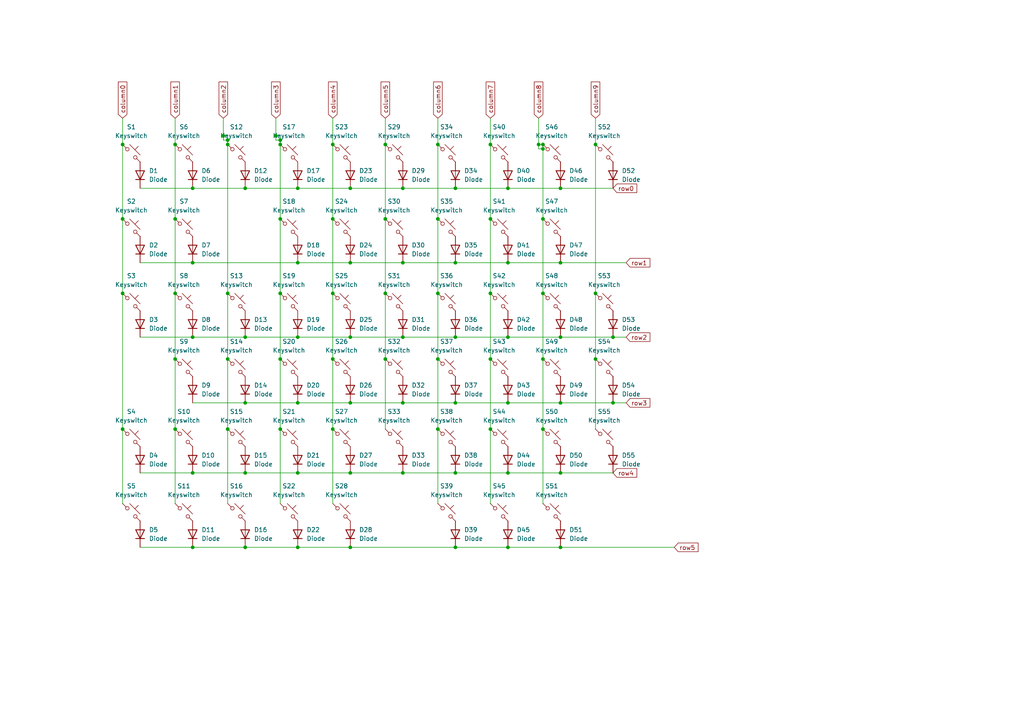
<source format=kicad_sch>
(kicad_sch (version 20231120) (generator "eeschema") (generator_version "8.0")
  (paper "A4")
  (junction (at 172.72 85.09))
  (junction (at 132.08 137.16))
  (junction (at 81.28 40.64))
  (junction (at 132.08 97.79))
  (junction (at 177.8 97.79))
  (junction (at 157.48 63.5))
  (junction (at 66.04 124.46))
  (junction (at 132.08 54.61))
  (junction (at 50.8 41.91))
  (junction (at 172.72 104.14))
  (junction (at 81.28 104.14))
  (junction (at 127 41.91))
  (junction (at 127 85.09))
  (junction (at 101.6 137.16))
  (junction (at 101.6 116.84))
  (junction (at 71.12 158.75))
  (junction (at 116.84 76.2))
  (junction (at 162.56 54.61))
  (junction (at 86.36 54.61))
  (junction (at 147.32 97.79))
  (junction (at 147.32 137.16))
  (junction (at 177.8 116.84))
  (junction (at 142.24 85.09))
  (junction (at 86.36 97.79))
  (junction (at 55.88 158.75))
  (junction (at 86.36 137.16))
  (junction (at 127 63.5))
  (junction (at 156.21 41.91))
  (junction (at 101.6 76.2))
  (junction (at 162.56 158.75))
  (junction (at 157.48 104.14))
  (junction (at 50.8 85.09))
  (junction (at 111.76 41.91))
  (junction (at 66.04 85.09))
  (junction (at 35.56 63.5))
  (junction (at 96.52 85.09))
  (junction (at 50.8 104.14))
  (junction (at 35.56 124.46))
  (junction (at 50.8 63.5))
  (junction (at 55.88 54.61))
  (junction (at 116.84 97.79))
  (junction (at 64.77 39.37))
  (junction (at 96.52 124.46))
  (junction (at 81.28 85.09))
  (junction (at 86.36 116.84))
  (junction (at 66.04 41.91))
  (junction (at 101.6 54.61))
  (junction (at 35.56 85.09))
  (junction (at 111.76 63.5))
  (junction (at 86.36 158.75))
  (junction (at 142.24 63.5))
  (junction (at 142.24 41.91))
  (junction (at 157.48 41.91))
  (junction (at 81.28 124.46))
  (junction (at 147.32 116.84))
  (junction (at 55.88 97.79))
  (junction (at 157.48 43.18))
  (junction (at 71.12 137.16))
  (junction (at 116.84 116.84))
  (junction (at 111.76 85.09))
  (junction (at 147.32 76.2))
  (junction (at 66.04 40.64))
  (junction (at 96.52 104.14))
  (junction (at 162.56 137.16))
  (junction (at 162.56 116.84))
  (junction (at 55.88 137.16))
  (junction (at 147.32 158.75))
  (junction (at 142.24 104.14))
  (junction (at 162.56 97.79))
  (junction (at 162.56 76.2))
  (junction (at 157.48 85.09))
  (junction (at 96.52 41.91))
  (junction (at 101.6 97.79))
  (junction (at 111.76 104.14))
  (junction (at 71.12 54.61))
  (junction (at 50.8 124.46))
  (junction (at 71.12 116.84))
  (junction (at 116.84 54.61))
  (junction (at 81.28 41.91))
  (junction (at 172.72 41.91))
  (junction (at 81.28 63.5))
  (junction (at 86.36 76.2))
  (junction (at 127 104.14))
  (junction (at 132.08 116.84))
  (junction (at 55.88 76.2))
  (junction (at 80.01 39.37))
  (junction (at 132.08 158.75))
  (junction (at 66.04 104.14))
  (junction (at 35.56 41.91))
  (junction (at 132.08 76.2))
  (junction (at 127 124.46))
  (junction (at 116.84 137.16))
  (junction (at 157.48 124.46))
  (junction (at 147.32 54.61))
  (junction (at 101.6 158.75))
  (junction (at 96.52 63.5))
  (junction (at 142.24 124.46))
  (junction (at 71.12 97.79))
  (wire (pts (xy 111.76 85.09) (xy 111.76 104.14)))
  (wire (pts (xy 64.77 40.64) (xy 66.04 40.64)))
  (wire (pts (xy 156.21 41.91) (xy 157.48 41.91)))
  (wire (pts (xy 147.32 137.16) (xy 162.56 137.16)))
  (wire (pts (xy 81.28 124.46) (xy 81.28 146.05)))
  (wire (pts (xy 96.52 41.91) (xy 96.52 63.5)))
  (wire (pts (xy 40.64 137.16) (xy 55.88 137.16)))
  (wire (pts (xy 81.28 41.91) (xy 81.28 63.5)))
  (wire (pts (xy 157.48 43.18) (xy 157.48 41.91)))
  (wire (pts (xy 127 124.46) (xy 127 146.05)))
  (wire (pts (xy 40.64 54.61) (xy 55.88 54.61)))
  (wire (pts (xy 64.77 34.29) (xy 64.77 39.37)))
  (wire (pts (xy 156.21 43.18) (xy 157.48 43.18)))
  (wire (pts (xy 50.8 41.91) (xy 50.8 63.5)))
  (wire (pts (xy 111.76 41.91) (xy 111.76 63.5)))
  (wire (pts (xy 101.6 137.16) (xy 116.84 137.16)))
  (wire (pts (xy 162.56 54.61) (xy 177.8 54.61)))
  (wire (pts (xy 127 85.09) (xy 127 104.14)))
  (wire (pts (xy 157.48 104.14) (xy 157.48 124.46)))
  (wire (pts (xy 50.8 85.09) (xy 50.8 104.14)))
  (wire (pts (xy 116.84 54.61) (xy 132.08 54.61)))
  (wire (pts (xy 101.6 76.2) (xy 116.84 76.2)))
  (wire (pts (xy 101.6 158.75) (xy 132.08 158.75)))
  (wire (pts (xy 147.32 158.75) (xy 162.56 158.75)))
  (wire (pts (xy 55.88 116.84) (xy 71.12 116.84)))
  (wire (pts (xy 111.76 104.14) (xy 111.76 124.46)))
  (wire (pts (xy 172.72 104.14) (xy 172.72 124.46)))
  (wire (pts (xy 86.36 158.75) (xy 101.6 158.75)))
  (wire (pts (xy 177.8 116.84) (xy 181.61 116.84)))
  (wire (pts (xy 80.01 40.64) (xy 81.28 40.64)))
  (wire (pts (xy 156.21 41.91) (xy 156.21 43.18)))
  (wire (pts (xy 66.04 124.46) (xy 66.04 146.05)))
  (wire (pts (xy 86.36 137.16) (xy 101.6 137.16)))
  (wire (pts (xy 142.24 104.14) (xy 142.24 124.46)))
  (wire (pts (xy 156.21 34.29) (xy 156.21 41.91)))
  (wire (pts (xy 71.12 158.75) (xy 86.36 158.75)))
  (wire (pts (xy 71.12 116.84) (xy 86.36 116.84)))
  (wire (pts (xy 86.36 54.61) (xy 101.6 54.61)))
  (wire (pts (xy 66.04 40.64) (xy 66.04 41.91)))
  (wire (pts (xy 101.6 54.61) (xy 116.84 54.61)))
  (wire (pts (xy 80.01 39.37) (xy 80.01 40.64)))
  (wire (pts (xy 40.64 97.79) (xy 55.88 97.79)))
  (wire (pts (xy 132.08 54.61) (xy 147.32 54.61)))
  (wire (pts (xy 55.88 97.79) (xy 71.12 97.79)))
  (wire (pts (xy 35.56 124.46) (xy 35.56 146.05)))
  (wire (pts (xy 40.64 76.2) (xy 55.88 76.2)))
  (wire (pts (xy 71.12 97.79) (xy 86.36 97.79)))
  (wire (pts (xy 35.56 85.09) (xy 35.56 124.46)))
  (wire (pts (xy 116.84 97.79) (xy 132.08 97.79)))
  (wire (pts (xy 111.76 63.5) (xy 111.76 85.09)))
  (wire (pts (xy 86.36 97.79) (xy 101.6 97.79)))
  (wire (pts (xy 172.72 41.91) (xy 172.72 85.09)))
  (wire (pts (xy 157.48 85.09) (xy 157.48 104.14)))
  (wire (pts (xy 172.72 85.09) (xy 172.72 104.14)))
  (wire (pts (xy 96.52 104.14) (xy 96.52 124.46)))
  (wire (pts (xy 50.8 63.5) (xy 50.8 85.09)))
  (wire (pts (xy 127 34.29) (xy 127 41.91)))
  (wire (pts (xy 127 104.14) (xy 127 124.46)))
  (wire (pts (xy 116.84 76.2) (xy 132.08 76.2)))
  (wire (pts (xy 111.76 34.29) (xy 111.76 41.91)))
  (wire (pts (xy 81.28 104.14) (xy 81.28 124.46)))
  (wire (pts (xy 66.04 104.14) (xy 66.04 124.46)))
  (wire (pts (xy 157.48 63.5) (xy 157.48 85.09)))
  (wire (pts (xy 66.04 39.37) (xy 66.04 40.64)))
  (wire (pts (xy 81.28 39.37) (xy 81.28 40.64)))
  (wire (pts (xy 127 41.91) (xy 127 63.5)))
  (wire (pts (xy 195.58 158.75) (xy 162.56 158.75)))
  (wire (pts (xy 162.56 137.16) (xy 177.8 137.16)))
  (wire (pts (xy 147.32 54.61) (xy 162.56 54.61)))
  (wire (pts (xy 96.52 124.46) (xy 96.52 146.05)))
  (wire (pts (xy 71.12 54.61) (xy 86.36 54.61)))
  (wire (pts (xy 66.04 41.91) (xy 66.04 85.09)))
  (wire (pts (xy 142.24 124.46) (xy 142.24 146.05)))
  (wire (pts (xy 40.64 158.75) (xy 55.88 158.75)))
  (wire (pts (xy 35.56 63.5) (xy 35.56 85.09)))
  (wire (pts (xy 86.36 76.2) (xy 101.6 76.2)))
  (wire (pts (xy 162.56 76.2) (xy 181.61 76.2)))
  (wire (pts (xy 162.56 116.84) (xy 177.8 116.84)))
  (wire (pts (xy 181.61 97.79) (xy 177.8 97.79)))
  (wire (pts (xy 132.08 158.75) (xy 147.32 158.75)))
  (wire (pts (xy 116.84 116.84) (xy 132.08 116.84)))
  (wire (pts (xy 81.28 85.09) (xy 81.28 104.14)))
  (wire (pts (xy 142.24 41.91) (xy 142.24 63.5)))
  (wire (pts (xy 132.08 97.79) (xy 147.32 97.79)))
  (wire (pts (xy 81.28 63.5) (xy 81.28 85.09)))
  (wire (pts (xy 86.36 116.84) (xy 101.6 116.84)))
  (wire (pts (xy 80.01 39.37) (xy 81.28 39.37)))
  (wire (pts (xy 50.8 124.46) (xy 50.8 146.05)))
  (wire (pts (xy 132.08 76.2) (xy 147.32 76.2)))
  (wire (pts (xy 71.12 137.16) (xy 86.36 137.16)))
  (wire (pts (xy 147.32 76.2) (xy 162.56 76.2)))
  (wire (pts (xy 101.6 116.84) (xy 116.84 116.84)))
  (wire (pts (xy 142.24 85.09) (xy 142.24 104.14)))
  (wire (pts (xy 147.32 116.84) (xy 162.56 116.84)))
  (wire (pts (xy 64.77 39.37) (xy 66.04 39.37)))
  (wire (pts (xy 66.04 85.09) (xy 66.04 104.14)))
  (wire (pts (xy 96.52 63.5) (xy 96.52 85.09)))
  (wire (pts (xy 157.48 124.46) (xy 157.48 146.05)))
  (wire (pts (xy 172.72 34.29) (xy 172.72 41.91)))
  (wire (pts (xy 132.08 137.16) (xy 147.32 137.16)))
  (wire (pts (xy 116.84 137.16) (xy 132.08 137.16)))
  (wire (pts (xy 132.08 116.84) (xy 147.32 116.84)))
  (wire (pts (xy 35.56 34.29) (xy 35.56 41.91)))
  (wire (pts (xy 142.24 34.29) (xy 142.24 41.91)))
  (wire (pts (xy 101.6 97.79) (xy 116.84 97.79)))
  (wire (pts (xy 142.24 63.5) (xy 142.24 85.09)))
  (wire (pts (xy 55.88 158.75) (xy 71.12 158.75)))
  (wire (pts (xy 64.77 39.37) (xy 64.77 40.64)))
  (wire (pts (xy 162.56 97.79) (xy 177.8 97.79)))
  (wire (pts (xy 50.8 34.29) (xy 50.8 41.91)))
  (wire (pts (xy 81.28 40.64) (xy 81.28 41.91)))
  (wire (pts (xy 80.01 34.29) (xy 80.01 39.37)))
  (wire (pts (xy 55.88 54.61) (xy 71.12 54.61)))
  (wire (pts (xy 157.48 43.18) (xy 157.48 63.5)))
  (wire (pts (xy 96.52 34.29) (xy 96.52 41.91)))
  (wire (pts (xy 50.8 104.14) (xy 50.8 124.46)))
  (wire (pts (xy 127 63.5) (xy 127 85.09)))
  (wire (pts (xy 35.56 41.91) (xy 35.56 63.5)))
  (wire (pts (xy 55.88 76.2) (xy 86.36 76.2)))
  (wire (pts (xy 96.52 85.09) (xy 96.52 104.14)))
  (wire (pts (xy 55.88 137.16) (xy 71.12 137.16)))
  (wire (pts (xy 147.32 97.79) (xy 162.56 97.79)))
  (global_label "column9" (shape input) (at 172.72 34.29 90) (property "Intersheetrefs" "${INTERSHEET_REFS}" (effects (hide yes))))
  (global_label "row2" (shape input) (at 181.61 97.79 0) (property "Intersheetrefs" "${INTERSHEET_REFS}" (effects (hide yes))))
  (global_label "column4" (shape input) (at 96.52 34.29 90) (property "Intersheetrefs" "${INTERSHEET_REFS}" (effects (hide yes))))
  (global_label "row1" (shape input) (at 181.61 76.2 0) (property "Intersheetrefs" "${INTERSHEET_REFS}" (effects (hide yes))))
  (global_label "row0" (shape input) (at 177.8 54.61 0) (property "Intersheetrefs" "${INTERSHEET_REFS}" (effects (hide yes))))
  (global_label "column0" (shape input) (at 35.56 34.29 90) (property "Intersheetrefs" "${INTERSHEET_REFS}" (effects (hide yes))))
  (global_label "row5" (shape input) (at 195.58 158.75 0) (property "Intersheetrefs" "${INTERSHEET_REFS}" (effects (hide yes))))
  (global_label "column7" (shape input) (at 142.24 34.29 90) (property "Intersheetrefs" "${INTERSHEET_REFS}" (effects (hide yes))))
  (global_label "column5" (shape input) (at 111.76 34.29 90) (property "Intersheetrefs" "${INTERSHEET_REFS}" (effects (hide yes))))
  (global_label "column2" (shape input) (at 64.77 34.29 90) (property "Intersheetrefs" "${INTERSHEET_REFS}" (effects (hide yes))))
  (global_label "column3" (shape input) (at 80.01 34.29 90) (property "Intersheetrefs" "${INTERSHEET_REFS}" (effects (hide yes))))
  (global_label "column6" (shape input) (at 127 34.29 90) (property "Intersheetrefs" "${INTERSHEET_REFS}" (effects (hide yes))))
  (global_label "row3" (shape input) (at 181.61 116.84 0) (property "Intersheetrefs" "${INTERSHEET_REFS}" (effects (hide yes))))
  (global_label "column1" (shape input) (at 50.8 34.29 90) (property "Intersheetrefs" "${INTERSHEET_REFS}" (effects (hide yes))))
  (global_label "row4" (shape input) (at 177.8 137.16 0) (property "Intersheetrefs" "${INTERSHEET_REFS}" (effects (hide yes))))
  (global_label "column8" (shape input) (at 156.21 34.29 90) (property "Intersheetrefs" "${INTERSHEET_REFS}" (effects (hide yes))))
  (symbol (lib_id "ScottoKeebs:Placeholder_Diode") (at 147.32 133.35 90) (unit 1)
    (property "Reference" "D44" (at 149.86 132.0799 90) (effects (justify right)))
    (property "Value" "Diode" (at 149.86 134.6199 90) (effects (justify right)))
    (property "Footprint" "Diode_SMD:D_SOD-123" (effects (hide yes)))
    (property "Description" "1N4148 (DO-35) or 1N4148W (SOD-123)" (effects (hide yes)))
    (property "Sim.Device" "D" (effects (hide yes)))
    (property "Sim.Pins" "1=K 2=A" (effects (hide yes)))
  )
  (symbol (lib_id "ScottoKeebs:Placeholder_Diode") (at 177.8 93.98 90) (unit 1)
    (property "Reference" "D53" (at 180.34 92.7099 90) (effects (justify right)))
    (property "Value" "Diode" (at 180.34 95.2499 90) (effects (justify right)))
    (property "Footprint" "Diode_SMD:D_SOD-123" (effects (hide yes)))
    (property "Description" "1N4148 (DO-35) or 1N4148W (SOD-123)" (effects (hide yes)))
    (property "Sim.Device" "D" (effects (hide yes)))
    (property "Sim.Pins" "1=K 2=A" (effects (hide yes)))
  )
  (symbol (lib_id "ScottoKeebs:Placeholder_Diode") (at 101.6 133.35 90) (unit 1)
    (property "Reference" "D27" (at 104.14 132.0799 90) (effects (justify right)))
    (property "Value" "Diode" (at 104.14 134.6199 90) (effects (justify right)))
    (property "Footprint" "Diode_SMD:D_SOD-123" (effects (hide yes)))
    (property "Description" "1N4148 (DO-35) or 1N4148W (SOD-123)" (effects (hide yes)))
    (property "Sim.Device" "D" (effects (hide yes)))
    (property "Sim.Pins" "1=K 2=A" (effects (hide yes)))
  )
  (symbol (lib_id "ScottoKeebs:Placeholder_Keyswitch") (at 68.58 148.59 0) (unit 1)
    (property "Reference" "S16" (at 68.58 140.97 0))
    (property "Value" "Keyswitch" (at 68.58 143.51 0))
    (property "Footprint" "DomeSwitches:DomeSwitch_8mm_double_sided" (effects (hide yes)))
    (property "Description" "Push button switch, normally open, two pins, 45° tilted" (effects (hide yes)))
  )
  (symbol (lib_id "ScottoKeebs:Placeholder_Keyswitch") (at 160.02 148.59 0) (unit 1)
    (property "Reference" "S51" (at 160.02 140.97 0))
    (property "Value" "Keyswitch" (at 160.02 143.51 0))
    (property "Footprint" "DomeSwitches:DomeSwitch_8mm_double_sided" (effects (hide yes)))
    (property "Description" "Push button switch, normally open, two pins, 45° tilted" (effects (hide yes)))
  )
  (symbol (lib_id "ScottoKeebs:Placeholder_Diode") (at 132.08 113.03 90) (unit 1)
    (property "Reference" "D37" (at 134.62 111.7599 90) (effects (justify right)))
    (property "Value" "Diode" (at 134.62 114.2999 90) (effects (justify right)))
    (property "Footprint" "Diode_SMD:D_SOD-123" (effects (hide yes)))
    (property "Description" "1N4148 (DO-35) or 1N4148W (SOD-123)" (effects (hide yes)))
    (property "Sim.Device" "D" (effects (hide yes)))
    (property "Sim.Pins" "1=K 2=A" (effects (hide yes)))
  )
  (symbol (lib_id "ScottoKeebs:Placeholder_Diode") (at 132.08 72.39 90) (unit 1)
    (property "Reference" "D35" (at 134.62 71.1199 90) (effects (justify right)))
    (property "Value" "Diode" (at 134.62 73.6599 90) (effects (justify right)))
    (property "Footprint" "Diode_SMD:D_SOD-123" (effects (hide yes)))
    (property "Description" "1N4148 (DO-35) or 1N4148W (SOD-123)" (effects (hide yes)))
    (property "Sim.Device" "D" (effects (hide yes)))
    (property "Sim.Pins" "1=K 2=A" (effects (hide yes)))
  )
  (symbol (lib_id "ScottoKeebs:Placeholder_Diode") (at 162.56 154.94 90) (unit 1)
    (property "Reference" "D51" (at 165.1 153.6699 90) (effects (justify right)))
    (property "Value" "Diode" (at 165.1 156.2099 90) (effects (justify right)))
    (property "Footprint" "Diode_SMD:D_SOD-123" (effects (hide yes)))
    (property "Description" "1N4148 (DO-35) or 1N4148W (SOD-123)" (effects (hide yes)))
    (property "Sim.Device" "D" (effects (hide yes)))
    (property "Sim.Pins" "1=K 2=A" (effects (hide yes)))
  )
  (symbol (lib_id "ScottoKeebs:Placeholder_Keyswitch") (at 53.34 127 0) (unit 1)
    (property "Reference" "S10" (at 53.34 119.38 0))
    (property "Value" "Keyswitch" (at 53.34 121.92 0))
    (property "Footprint" "DomeSwitches:DomeSwitch_8mm_double_sided" (effects (hide yes)))
    (property "Description" "Push button switch, normally open, two pins, 45° tilted" (effects (hide yes)))
  )
  (symbol (lib_id "ScottoKeebs:Placeholder_Keyswitch") (at 160.02 106.68 0) (unit 1)
    (property "Reference" "S49" (at 160.02 99.06 0))
    (property "Value" "Keyswitch" (at 160.02 101.6 0))
    (property "Footprint" "DomeSwitches:DomeSwitch_8mm_double_sided" (effects (hide yes)))
    (property "Description" "Push button switch, normally open, two pins, 45° tilted" (effects (hide yes)))
  )
  (symbol (lib_id "ScottoKeebs:Placeholder_Keyswitch") (at 160.02 66.04 0) (unit 1)
    (property "Reference" "S47" (at 160.02 58.42 0))
    (property "Value" "Keyswitch" (at 160.02 60.96 0))
    (property "Footprint" "DomeSwitches:DomeSwitch_8mm_double_sided" (effects (hide yes)))
    (property "Description" "Push button switch, normally open, two pins, 45° tilted" (effects (hide yes)))
  )
  (symbol (lib_id "ScottoKeebs:Placeholder_Diode") (at 86.36 154.94 90) (unit 1)
    (property "Reference" "D22" (at 88.9 153.6699 90) (effects (justify right)))
    (property "Value" "Diode" (at 88.9 156.2099 90) (effects (justify right)))
    (property "Footprint" "Diode_SMD:D_SOD-123" (effects (hide yes)))
    (property "Description" "1N4148 (DO-35) or 1N4148W (SOD-123)" (effects (hide yes)))
    (property "Sim.Device" "D" (effects (hide yes)))
    (property "Sim.Pins" "1=K 2=A" (effects (hide yes)))
  )
  (symbol (lib_id "ScottoKeebs:Placeholder_Keyswitch") (at 99.06 66.04 0) (unit 1)
    (property "Reference" "S24" (at 99.06 58.42 0))
    (property "Value" "Keyswitch" (at 99.06 60.96 0))
    (property "Footprint" "DomeSwitches:DomeSwitch_8mm_double_sided" (effects (hide yes)))
    (property "Description" "Push button switch, normally open, two pins, 45° tilted" (effects (hide yes)))
  )
  (symbol (lib_id "ScottoKeebs:Placeholder_Diode") (at 71.12 113.03 90) (unit 1)
    (property "Reference" "D14" (at 73.66 111.7599 90) (effects (justify right)))
    (property "Value" "Diode" (at 73.66 114.2999 90) (effects (justify right)))
    (property "Footprint" "Diode_SMD:D_SOD-123" (effects (hide yes)))
    (property "Description" "1N4148 (DO-35) or 1N4148W (SOD-123)" (effects (hide yes)))
    (property "Sim.Device" "D" (effects (hide yes)))
    (property "Sim.Pins" "1=K 2=A" (effects (hide yes)))
  )
  (symbol (lib_id "ScottoKeebs:Placeholder_Keyswitch") (at 175.26 87.63 0) (unit 1)
    (property "Reference" "S53" (at 175.26 80.01 0))
    (property "Value" "Keyswitch" (at 175.26 82.55 0))
    (property "Footprint" "DomeSwitches:DomeSwitch_8mm_double_sided" (effects (hide yes)))
    (property "Description" "Push button switch, normally open, two pins, 45° tilted" (effects (hide yes)))
  )
  (symbol (lib_id "ScottoKeebs:Placeholder_Keyswitch") (at 114.3 44.45 0) (unit 1)
    (property "Reference" "S29" (at 114.3 36.83 0))
    (property "Value" "Keyswitch" (at 114.3 39.37 0))
    (property "Footprint" "DomeSwitches:DomeSwitch_8mm_double_sided" (effects (hide yes)))
    (property "Description" "Push button switch, normally open, two pins, 45° tilted" (effects (hide yes)))
  )
  (symbol (lib_id "ScottoKeebs:Placeholder_Diode") (at 40.64 154.94 90) (unit 1)
    (property "Reference" "D5" (at 43.18 153.6699 90) (effects (justify right)))
    (property "Value" "Diode" (at 43.18 156.2099 90) (effects (justify right)))
    (property "Footprint" "Diode_SMD:D_SOD-123" (effects (hide yes)))
    (property "Description" "1N4148 (DO-35) or 1N4148W (SOD-123)" (effects (hide yes)))
    (property "Sim.Device" "D" (effects (hide yes)))
    (property "Sim.Pins" "1=K 2=A" (effects (hide yes)))
  )
  (symbol (lib_id "ScottoKeebs:Placeholder_Diode") (at 101.6 113.03 90) (unit 1)
    (property "Reference" "D26" (at 104.14 111.7599 90) (effects (justify right)))
    (property "Value" "Diode" (at 104.14 114.2999 90) (effects (justify right)))
    (property "Footprint" "Diode_SMD:D_SOD-123" (effects (hide yes)))
    (property "Description" "1N4148 (DO-35) or 1N4148W (SOD-123)" (effects (hide yes)))
    (property "Sim.Device" "D" (effects (hide yes)))
    (property "Sim.Pins" "1=K 2=A" (effects (hide yes)))
  )
  (symbol (lib_id "ScottoKeebs:Placeholder_Diode") (at 55.88 50.8 90) (unit 1)
    (property "Reference" "D6" (at 58.42 49.5299 90) (effects (justify right)))
    (property "Value" "Diode" (at 58.42 52.0699 90) (effects (justify right)))
    (property "Footprint" "Diode_SMD:D_SOD-123" (effects (hide yes)))
    (property "Description" "1N4148 (DO-35) or 1N4148W (SOD-123)" (effects (hide yes)))
    (property "Sim.Device" "D" (effects (hide yes)))
    (property "Sim.Pins" "1=K 2=A" (effects (hide yes)))
  )
  (symbol (lib_id "ScottoKeebs:Placeholder_Diode") (at 86.36 133.35 90) (unit 1)
    (property "Reference" "D21" (at 88.9 132.0799 90) (effects (justify right)))
    (property "Value" "Diode" (at 88.9 134.6199 90) (effects (justify right)))
    (property "Footprint" "Diode_SMD:D_SOD-123" (effects (hide yes)))
    (property "Description" "1N4148 (DO-35) or 1N4148W (SOD-123)" (effects (hide yes)))
    (property "Sim.Device" "D" (effects (hide yes)))
    (property "Sim.Pins" "1=K 2=A" (effects (hide yes)))
  )
  (symbol (lib_id "ScottoKeebs:Placeholder_Diode") (at 162.56 113.03 90) (unit 1)
    (property "Reference" "D49" (at 165.1 111.7599 90) (effects (justify right)))
    (property "Value" "Diode" (at 165.1 114.2999 90) (effects (justify right)))
    (property "Footprint" "Diode_SMD:D_SOD-123" (effects (hide yes)))
    (property "Description" "1N4148 (DO-35) or 1N4148W (SOD-123)" (effects (hide yes)))
    (property "Sim.Device" "D" (effects (hide yes)))
    (property "Sim.Pins" "1=K 2=A" (effects (hide yes)))
  )
  (symbol (lib_id "ScottoKeebs:Placeholder_Diode") (at 116.84 133.35 90) (unit 1)
    (property "Reference" "D33" (at 119.38 132.0799 90) (effects (justify right)))
    (property "Value" "Diode" (at 119.38 134.6199 90) (effects (justify right)))
    (property "Footprint" "Diode_SMD:D_SOD-123" (effects (hide yes)))
    (property "Description" "1N4148 (DO-35) or 1N4148W (SOD-123)" (effects (hide yes)))
    (property "Sim.Device" "D" (effects (hide yes)))
    (property "Sim.Pins" "1=K 2=A" (effects (hide yes)))
  )
  (symbol (lib_id "ScottoKeebs:Placeholder_Diode") (at 116.84 50.8 90) (unit 1)
    (property "Reference" "D29" (at 119.38 49.5299 90) (effects (justify right)))
    (property "Value" "Diode" (at 119.38 52.0699 90) (effects (justify right)))
    (property "Footprint" "Diode_SMD:D_SOD-123" (effects (hide yes)))
    (property "Description" "1N4148 (DO-35) or 1N4148W (SOD-123)" (effects (hide yes)))
    (property "Sim.Device" "D" (effects (hide yes)))
    (property "Sim.Pins" "1=K 2=A" (effects (hide yes)))
  )
  (symbol (lib_id "ScottoKeebs:Placeholder_Diode") (at 71.12 154.94 90) (unit 1)
    (property "Reference" "D16" (at 73.66 153.6699 90) (effects (justify right)))
    (property "Value" "Diode" (at 73.66 156.2099 90) (effects (justify right)))
    (property "Footprint" "Diode_SMD:D_SOD-123" (effects (hide yes)))
    (property "Description" "1N4148 (DO-35) or 1N4148W (SOD-123)" (effects (hide yes)))
    (property "Sim.Device" "D" (effects (hide yes)))
    (property "Sim.Pins" "1=K 2=A" (effects (hide yes)))
  )
  (symbol (lib_id "ScottoKeebs:Placeholder_Keyswitch") (at 83.82 127 0) (unit 1)
    (property "Reference" "S21" (at 83.82 119.38 0))
    (property "Value" "Keyswitch" (at 83.82 121.92 0))
    (property "Footprint" "DomeSwitches:DomeSwitch_8mm_double_sided" (effects (hide yes)))
    (property "Description" "Push button switch, normally open, two pins, 45° tilted" (effects (hide yes)))
  )
  (symbol (lib_id "ScottoKeebs:Placeholder_Keyswitch") (at 160.02 127 0) (unit 1)
    (property "Reference" "S50" (at 160.02 119.38 0))
    (property "Value" "Keyswitch" (at 160.02 121.92 0))
    (property "Footprint" "DomeSwitches:DomeSwitch_8mm_double_sided" (effects (hide yes)))
    (property "Description" "Push button switch, normally open, two pins, 45° tilted" (effects (hide yes)))
  )
  (symbol (lib_id "ScottoKeebs:Placeholder_Diode") (at 40.64 93.98 90) (unit 1)
    (property "Reference" "D3" (at 43.18 92.7099 90) (effects (justify right)))
    (property "Value" "Diode" (at 43.18 95.2499 90) (effects (justify right)))
    (property "Footprint" "Diode_SMD:D_SOD-123" (effects (hide yes)))
    (property "Description" "1N4148 (DO-35) or 1N4148W (SOD-123)" (effects (hide yes)))
    (property "Sim.Device" "D" (effects (hide yes)))
    (property "Sim.Pins" "1=K 2=A" (effects (hide yes)))
  )
  (symbol (lib_id "ScottoKeebs:Placeholder_Diode") (at 132.08 154.94 90) (unit 1)
    (property "Reference" "D39" (at 134.62 153.6699 90) (effects (justify right)))
    (property "Value" "Diode" (at 134.62 156.2099 90) (effects (justify right)))
    (property "Footprint" "Diode_SMD:D_SOD-123" (effects (hide yes)))
    (property "Description" "1N4148 (DO-35) or 1N4148W (SOD-123)" (effects (hide yes)))
    (property "Sim.Device" "D" (effects (hide yes)))
    (property "Sim.Pins" "1=K 2=A" (effects (hide yes)))
  )
  (symbol (lib_id "ScottoKeebs:Placeholder_Keyswitch") (at 53.34 87.63 0) (unit 1)
    (property "Reference" "S8" (at 53.34 80.01 0))
    (property "Value" "Keyswitch" (at 53.34 82.55 0))
    (property "Footprint" "DomeSwitches:DomeSwitch_8mm_double_sided" (effects (hide yes)))
    (property "Description" "Push button switch, normally open, two pins, 45° tilted" (effects (hide yes)))
  )
  (symbol (lib_id "ScottoKeebs:Placeholder_Keyswitch") (at 129.54 44.45 0) (unit 1)
    (property "Reference" "S34" (at 129.54 36.83 0))
    (property "Value" "Keyswitch" (at 129.54 39.37 0))
    (property "Footprint" "DomeSwitches:DomeSwitch_8mm_double_sided" (effects (hide yes)))
    (property "Description" "Push button switch, normally open, two pins, 45° tilted" (effects (hide yes)))
  )
  (symbol (lib_id "ScottoKeebs:Placeholder_Diode") (at 71.12 50.8 90) (unit 1)
    (property "Reference" "D12" (at 73.66 49.5299 90) (effects (justify right)))
    (property "Value" "Diode" (at 73.66 52.0699 90) (effects (justify right)))
    (property "Footprint" "Diode_SMD:D_SOD-123" (effects (hide yes)))
    (property "Description" "1N4148 (DO-35) or 1N4148W (SOD-123)" (effects (hide yes)))
    (property "Sim.Device" "D" (effects (hide yes)))
    (property "Sim.Pins" "1=K 2=A" (effects (hide yes)))
  )
  (symbol (lib_id "ScottoKeebs:Placeholder_Diode") (at 40.64 50.8 90) (unit 1)
    (property "Reference" "D1" (at 43.18 49.5299 90) (effects (justify right)))
    (property "Value" "Diode" (at 43.18 52.0699 90) (effects (justify right)))
    (property "Footprint" "Diode_SMD:D_SOD-123" (effects (hide yes)))
    (property "Description" "1N4148 (DO-35) or 1N4148W (SOD-123)" (effects (hide yes)))
    (property "Sim.Device" "D" (effects (hide yes)))
    (property "Sim.Pins" "1=K 2=A" (effects (hide yes)))
  )
  (symbol (lib_id "ScottoKeebs:Placeholder_Diode") (at 101.6 72.39 90) (unit 1)
    (property "Reference" "D24" (at 104.14 71.1199 90) (effects (justify right)))
    (property "Value" "Diode" (at 104.14 73.6599 90) (effects (justify right)))
    (property "Footprint" "Diode_SMD:D_SOD-123" (effects (hide yes)))
    (property "Description" "1N4148 (DO-35) or 1N4148W (SOD-123)" (effects (hide yes)))
    (property "Sim.Device" "D" (effects (hide yes)))
    (property "Sim.Pins" "1=K 2=A" (effects (hide yes)))
  )
  (symbol (lib_id "ScottoKeebs:Placeholder_Keyswitch") (at 38.1 148.59 0) (unit 1)
    (property "Reference" "S5" (at 38.1 140.97 0))
    (property "Value" "Keyswitch" (at 38.1 143.51 0))
    (property "Footprint" "DomeSwitches:DomeSwitch_8mm_double_sided" (effects (hide yes)))
    (property "Description" "Push button switch, normally open, two pins, 45° tilted" (effects (hide yes)))
  )
  (symbol (lib_id "ScottoKeebs:Placeholder_Diode") (at 162.56 93.98 90) (unit 1)
    (property "Reference" "D48" (at 165.1 92.7099 90) (effects (justify right)))
    (property "Value" "Diode" (at 165.1 95.2499 90) (effects (justify right)))
    (property "Footprint" "Diode_SMD:D_SOD-123" (effects (hide yes)))
    (property "Description" "1N4148 (DO-35) or 1N4148W (SOD-123)" (effects (hide yes)))
    (property "Sim.Device" "D" (effects (hide yes)))
    (property "Sim.Pins" "1=K 2=A" (effects (hide yes)))
  )
  (symbol (lib_id "ScottoKeebs:Placeholder_Keyswitch") (at 68.58 87.63 0) (unit 1)
    (property "Reference" "S13" (at 68.58 80.01 0))
    (property "Value" "Keyswitch" (at 68.58 82.55 0))
    (property "Footprint" "DomeSwitches:DomeSwitch_8mm_double_sided" (effects (hide yes)))
    (property "Description" "Push button switch, normally open, two pins, 45° tilted" (effects (hide yes)))
  )
  (symbol (lib_id "ScottoKeebs:Placeholder_Keyswitch") (at 99.06 87.63 0) (unit 1)
    (property "Reference" "S25" (at 99.06 80.01 0))
    (property "Value" "Keyswitch" (at 99.06 82.55 0))
    (property "Footprint" "DomeSwitches:DomeSwitch_8mm_double_sided" (effects (hide yes)))
    (property "Description" "Push button switch, normally open, two pins, 45° tilted" (effects (hide yes)))
  )
  (symbol (lib_id "ScottoKeebs:Placeholder_Diode") (at 55.88 72.39 90) (unit 1)
    (property "Reference" "D7" (at 58.42 71.1199 90) (effects (justify right)))
    (property "Value" "Diode" (at 58.42 73.6599 90) (effects (justify right)))
    (property "Footprint" "Diode_SMD:D_SOD-123" (effects (hide yes)))
    (property "Description" "1N4148 (DO-35) or 1N4148W (SOD-123)" (effects (hide yes)))
    (property "Sim.Device" "D" (effects (hide yes)))
    (property "Sim.Pins" "1=K 2=A" (effects (hide yes)))
  )
  (symbol (lib_id "ScottoKeebs:Placeholder_Keyswitch") (at 99.06 106.68 0) (unit 1)
    (property "Reference" "S26" (at 99.06 99.06 0))
    (property "Value" "Keyswitch" (at 99.06 101.6 0))
    (property "Footprint" "DomeSwitches:DomeSwitch_8mm_double_sided" (effects (hide yes)))
    (property "Description" "Push button switch, normally open, two pins, 45° tilted" (effects (hide yes)))
  )
  (symbol (lib_id "ScottoKeebs:Placeholder_Diode") (at 86.36 113.03 90) (unit 1)
    (property "Reference" "D20" (at 88.9 111.7599 90) (effects (justify right)))
    (property "Value" "Diode" (at 88.9 114.2999 90) (effects (justify right)))
    (property "Footprint" "Diode_SMD:D_SOD-123" (effects (hide yes)))
    (property "Description" "1N4148 (DO-35) or 1N4148W (SOD-123)" (effects (hide yes)))
    (property "Sim.Device" "D" (effects (hide yes)))
    (property "Sim.Pins" "1=K 2=A" (effects (hide yes)))
  )
  (symbol (lib_id "ScottoKeebs:Placeholder_Keyswitch") (at 144.78 44.45 0) (unit 1)
    (property "Reference" "S40" (at 144.78 36.83 0))
    (property "Value" "Keyswitch" (at 144.78 39.37 0))
    (property "Footprint" "DomeSwitches:DomeSwitch_8mm_double_sided" (effects (hide yes)))
    (property "Description" "Push button switch, normally open, two pins, 45° tilted" (effects (hide yes)))
  )
  (symbol (lib_id "ScottoKeebs:Placeholder_Diode") (at 86.36 93.98 90) (unit 1)
    (property "Reference" "D19" (at 88.9 92.7099 90) (effects (justify right)))
    (property "Value" "Diode" (at 88.9 95.2499 90) (effects (justify right)))
    (property "Footprint" "Diode_SMD:D_SOD-123" (effects (hide yes)))
    (property "Description" "1N4148 (DO-35) or 1N4148W (SOD-123)" (effects (hide yes)))
    (property "Sim.Device" "D" (effects (hide yes)))
    (property "Sim.Pins" "1=K 2=A" (effects (hide yes)))
  )
  (symbol (lib_id "ScottoKeebs:Placeholder_Diode") (at 177.8 133.35 90) (unit 1)
    (property "Reference" "D55" (at 180.34 132.0799 90) (effects (justify right)))
    (property "Value" "Diode" (at 180.34 134.6199 90) (effects (justify right)))
    (property "Footprint" "Diode_SMD:D_SOD-123" (effects (hide yes)))
    (property "Description" "1N4148 (DO-35) or 1N4148W (SOD-123)" (effects (hide yes)))
    (property "Sim.Device" "D" (effects (hide yes)))
    (property "Sim.Pins" "1=K 2=A" (effects (hide yes)))
  )
  (symbol (lib_id "ScottoKeebs:Placeholder_Keyswitch") (at 38.1 87.63 0) (unit 1)
    (property "Reference" "S3" (at 38.1 80.01 0))
    (property "Value" "Keyswitch" (at 38.1 82.55 0))
    (property "Footprint" "DomeSwitches:DomeSwitch_8mm_double_sided" (effects (hide yes)))
    (property "Description" "Push button switch, normally open, two pins, 45° tilted" (effects (hide yes)))
  )
  (symbol (lib_id "ScottoKeebs:Placeholder_Keyswitch") (at 83.82 106.68 0) (unit 1)
    (property "Reference" "S20" (at 83.82 99.06 0))
    (property "Value" "Keyswitch" (at 83.82 101.6 0))
    (property "Footprint" "DomeSwitches:DomeSwitch_8mm_double_sided" (effects (hide yes)))
    (property "Description" "Push button switch, normally open, two pins, 45° tilted" (effects (hide yes)))
  )
  (symbol (lib_id "ScottoKeebs:Placeholder_Keyswitch") (at 83.82 66.04 0) (unit 1)
    (property "Reference" "S18" (at 83.82 58.42 0))
    (property "Value" "Keyswitch" (at 83.82 60.96 0))
    (property "Footprint" "DomeSwitches:DomeSwitch_8mm_double_sided" (effects (hide yes)))
    (property "Description" "Push button switch, normally open, two pins, 45° tilted" (effects (hide yes)))
  )
  (symbol (lib_id "ScottoKeebs:Placeholder_Diode") (at 55.88 93.98 90) (unit 1)
    (property "Reference" "D8" (at 58.42 92.7099 90) (effects (justify right)))
    (property "Value" "Diode" (at 58.42 95.2499 90) (effects (justify right)))
    (property "Footprint" "Diode_SMD:D_SOD-123" (effects (hide yes)))
    (property "Description" "1N4148 (DO-35) or 1N4148W (SOD-123)" (effects (hide yes)))
    (property "Sim.Device" "D" (effects (hide yes)))
    (property "Sim.Pins" "1=K 2=A" (effects (hide yes)))
  )
  (symbol (lib_id "ScottoKeebs:Placeholder_Keyswitch") (at 38.1 127 0) (unit 1)
    (property "Reference" "S4" (at 38.1 119.38 0))
    (property "Value" "Keyswitch" (at 38.1 121.92 0))
    (property "Footprint" "DomeSwitches:DomeSwitch_8mm_double_sided" (effects (hide yes)))
    (property "Description" "Push button switch, normally open, two pins, 45° tilted" (effects (hide yes)))
  )
  (symbol (lib_id "ScottoKeebs:Placeholder_Keyswitch") (at 53.34 106.68 0) (unit 1)
    (property "Reference" "S9" (at 53.34 99.06 0))
    (property "Value" "Keyswitch" (at 53.34 101.6 0))
    (property "Footprint" "DomeSwitches:DomeSwitch_8mm_double_sided" (effects (hide yes)))
    (property "Description" "Push button switch, normally open, two pins, 45° tilted" (effects (hide yes)))
  )
  (symbol (lib_id "ScottoKeebs:Placeholder_Diode") (at 132.08 50.8 90) (unit 1)
    (property "Reference" "D34" (at 134.62 49.5299 90) (effects (justify right)))
    (property "Value" "Diode" (at 134.62 52.0699 90) (effects (justify right)))
    (property "Footprint" "Diode_SMD:D_SOD-123" (effects (hide yes)))
    (property "Description" "1N4148 (DO-35) or 1N4148W (SOD-123)" (effects (hide yes)))
    (property "Sim.Device" "D" (effects (hide yes)))
    (property "Sim.Pins" "1=K 2=A" (effects (hide yes)))
  )
  (symbol (lib_id "ScottoKeebs:Placeholder_Diode") (at 55.88 154.94 90) (unit 1)
    (property "Reference" "D11" (at 58.42 153.6699 90) (effects (justify right)))
    (property "Value" "Diode" (at 58.42 156.2099 90) (effects (justify right)))
    (property "Footprint" "Diode_SMD:D_SOD-123" (effects (hide yes)))
    (property "Description" "1N4148 (DO-35) or 1N4148W (SOD-123)" (effects (hide yes)))
    (property "Sim.Device" "D" (effects (hide yes)))
    (property "Sim.Pins" "1=K 2=A" (effects (hide yes)))
  )
  (symbol (lib_id "ScottoKeebs:Placeholder_Diode") (at 147.32 113.03 90) (unit 1)
    (property "Reference" "D43" (at 149.86 111.7599 90) (effects (justify right)))
    (property "Value" "Diode" (at 149.86 114.2999 90) (effects (justify right)))
    (property "Footprint" "Diode_SMD:D_SOD-123" (effects (hide yes)))
    (property "Description" "1N4148 (DO-35) or 1N4148W (SOD-123)" (effects (hide yes)))
    (property "Sim.Device" "D" (effects (hide yes)))
    (property "Sim.Pins" "1=K 2=A" (effects (hide yes)))
  )
  (symbol (lib_id "ScottoKeebs:Placeholder_Diode") (at 86.36 72.39 90) (unit 1)
    (property "Reference" "D18" (at 88.9 71.1199 90) (effects (justify right)))
    (property "Value" "Diode" (at 88.9 73.6599 90) (effects (justify right)))
    (property "Footprint" "Diode_SMD:D_SOD-123" (effects (hide yes)))
    (property "Description" "1N4148 (DO-35) or 1N4148W (SOD-123)" (effects (hide yes)))
    (property "Sim.Device" "D" (effects (hide yes)))
    (property "Sim.Pins" "1=K 2=A" (effects (hide yes)))
  )
  (symbol (lib_id "ScottoKeebs:Placeholder_Diode") (at 40.64 133.35 90) (unit 1)
    (property "Reference" "D4" (at 43.18 132.0799 90) (effects (justify right)))
    (property "Value" "Diode" (at 43.18 134.6199 90) (effects (justify right)))
    (property "Footprint" "Diode_SMD:D_SOD-123" (effects (hide yes)))
    (property "Description" "1N4148 (DO-35) or 1N4148W (SOD-123)" (effects (hide yes)))
    (property "Sim.Device" "D" (effects (hide yes)))
    (property "Sim.Pins" "1=K 2=A" (effects (hide yes)))
  )
  (symbol (lib_id "ScottoKeebs:Placeholder_Keyswitch") (at 83.82 44.45 0) (unit 1)
    (property "Reference" "S17" (at 83.82 36.83 0))
    (property "Value" "Keyswitch" (at 83.82 39.37 0))
    (property "Footprint" "DomeSwitches:DomeSwitch_8mm_double_sided" (effects (hide yes)))
    (property "Description" "Push button switch, normally open, two pins, 45° tilted" (effects (hide yes)))
  )
  (symbol (lib_id "ScottoKeebs:Placeholder_Keyswitch") (at 83.82 148.59 0) (unit 1)
    (property "Reference" "S22" (at 83.82 140.97 0))
    (property "Value" "Keyswitch" (at 83.82 143.51 0))
    (property "Footprint" "DomeSwitches:DomeSwitch_8mm_double_sided" (effects (hide yes)))
    (property "Description" "Push button switch, normally open, two pins, 45° tilted" (effects (hide yes)))
  )
  (symbol (lib_id "ScottoKeebs:Placeholder_Diode") (at 55.88 133.35 90) (unit 1)
    (property "Reference" "D10" (at 58.42 132.0799 90) (effects (justify right)))
    (property "Value" "Diode" (at 58.42 134.6199 90) (effects (justify right)))
    (property "Footprint" "Diode_SMD:D_SOD-123" (effects (hide yes)))
    (property "Description" "1N4148 (DO-35) or 1N4148W (SOD-123)" (effects (hide yes)))
    (property "Sim.Device" "D" (effects (hide yes)))
    (property "Sim.Pins" "1=K 2=A" (effects (hide yes)))
  )
  (symbol (lib_id "ScottoKeebs:Placeholder_Keyswitch") (at 160.02 87.63 0) (unit 1)
    (property "Reference" "S48" (at 160.02 80.01 0))
    (property "Value" "Keyswitch" (at 160.02 82.55 0))
    (property "Footprint" "DomeSwitches:DomeSwitch_8mm_double_sided" (effects (hide yes)))
    (property "Description" "Push button switch, normally open, two pins, 45° tilted" (effects (hide yes)))
  )
  (symbol (lib_id "ScottoKeebs:Placeholder_Keyswitch") (at 83.82 87.63 0) (unit 1)
    (property "Reference" "S19" (at 83.82 80.01 0))
    (property "Value" "Keyswitch" (at 83.82 82.55 0))
    (property "Footprint" "DomeSwitches:DomeSwitch_8mm_double_sided" (effects (hide yes)))
    (property "Description" "Push button switch, normally open, two pins, 45° tilted" (effects (hide yes)))
  )
  (symbol (lib_id "ScottoKeebs:Placeholder_Diode") (at 101.6 93.98 90) (unit 1)
    (property "Reference" "D25" (at 104.14 92.7099 90) (effects (justify right)))
    (property "Value" "Diode" (at 104.14 95.2499 90) (effects (justify right)))
    (property "Footprint" "Diode_SMD:D_SOD-123" (effects (hide yes)))
    (property "Description" "1N4148 (DO-35) or 1N4148W (SOD-123)" (effects (hide yes)))
    (property "Sim.Device" "D" (effects (hide yes)))
    (property "Sim.Pins" "1=K 2=A" (effects (hide yes)))
  )
  (symbol (lib_id "ScottoKeebs:Placeholder_Keyswitch") (at 114.3 66.04 0) (unit 1)
    (property "Reference" "S30" (at 114.3 58.42 0))
    (property "Value" "Keyswitch" (at 114.3 60.96 0))
    (property "Footprint" "DomeSwitches:DomeSwitch_8mm_double_sided" (effects (hide yes)))
    (property "Description" "Push button switch, normally open, two pins, 45° tilted" (effects (hide yes)))
  )
  (symbol (lib_id "ScottoKeebs:Placeholder_Diode") (at 71.12 93.98 90) (unit 1)
    (property "Reference" "D13" (at 73.66 92.7099 90) (effects (justify right)))
    (property "Value" "Diode" (at 73.66 95.2499 90) (effects (justify right)))
    (property "Footprint" "Diode_SMD:D_SOD-123" (effects (hide yes)))
    (property "Description" "1N4148 (DO-35) or 1N4148W (SOD-123)" (effects (hide yes)))
    (property "Sim.Device" "D" (effects (hide yes)))
    (property "Sim.Pins" "1=K 2=A" (effects (hide yes)))
  )
  (symbol (lib_id "ScottoKeebs:Placeholder_Diode") (at 101.6 154.94 90) (unit 1)
    (property "Reference" "D28" (at 104.14 153.6699 90) (effects (justify right)))
    (property "Value" "Diode" (at 104.14 156.2099 90) (effects (justify right)))
    (property "Footprint" "Diode_SMD:D_SOD-123" (effects (hide yes)))
    (property "Description" "1N4148 (DO-35) or 1N4148W (SOD-123)" (effects (hide yes)))
    (property "Sim.Device" "D" (effects (hide yes)))
    (property "Sim.Pins" "1=K 2=A" (effects (hide yes)))
  )
  (symbol (lib_id "ScottoKeebs:Placeholder_Keyswitch") (at 129.54 106.68 0) (unit 1)
    (property "Reference" "S37" (at 129.54 99.06 0))
    (property "Value" "Keyswitch" (at 129.54 101.6 0))
    (property "Footprint" "DomeSwitches:DomeSwitch_8mm_double_sided" (effects (hide yes)))
    (property "Description" "Push button switch, normally open, two pins, 45° tilted" (effects (hide yes)))
  )
  (symbol (lib_id "ScottoKeebs:Placeholder_Diode") (at 132.08 93.98 90) (unit 1)
    (property "Reference" "D36" (at 134.62 92.7099 90) (effects (justify right)))
    (property "Value" "Diode" (at 134.62 95.2499 90) (effects (justify right)))
    (property "Footprint" "Diode_SMD:D_SOD-123" (effects (hide yes)))
    (property "Description" "1N4148 (DO-35) or 1N4148W (SOD-123)" (effects (hide yes)))
    (property "Sim.Device" "D" (effects (hide yes)))
    (property "Sim.Pins" "1=K 2=A" (effects (hide yes)))
  )
  (symbol (lib_id "ScottoKeebs:Placeholder_Keyswitch") (at 144.78 87.63 0) (unit 1)
    (property "Reference" "S42" (at 144.78 80.01 0))
    (property "Value" "Keyswitch" (at 144.78 82.55 0))
    (property "Footprint" "DomeSwitches:DomeSwitch_8mm_double_sided" (effects (hide yes)))
    (property "Description" "Push button switch, normally open, two pins, 45° tilted" (effects (hide yes)))
  )
  (symbol (lib_id "ScottoKeebs:Placeholder_Diode") (at 177.8 50.8 90) (unit 1)
    (property "Reference" "D52" (at 180.34 49.5299 90) (effects (justify right)))
    (property "Value" "Diode" (at 180.34 52.0699 90) (effects (justify right)))
    (property "Footprint" "Diode_SMD:D_SOD-123" (effects (hide yes)))
    (property "Description" "1N4148 (DO-35) or 1N4148W (SOD-123)" (effects (hide yes)))
    (property "Sim.Device" "D" (effects (hide yes)))
    (property "Sim.Pins" "1=K 2=A" (effects (hide yes)))
  )
  (symbol (lib_id "ScottoKeebs:Placeholder_Keyswitch") (at 129.54 87.63 0) (unit 1)
    (property "Reference" "S36" (at 129.54 80.01 0))
    (property "Value" "Keyswitch" (at 129.54 82.55 0))
    (property "Footprint" "DomeSwitches:DomeSwitch_8mm_double_sided" (effects (hide yes)))
    (property "Description" "Push button switch, normally open, two pins, 45° tilted" (effects (hide yes)))
  )
  (symbol (lib_id "ScottoKeebs:Placeholder_Diode") (at 162.56 72.39 90) (unit 1)
    (property "Reference" "D47" (at 165.1 71.1199 90) (effects (justify right)))
    (property "Value" "Diode" (at 165.1 73.6599 90) (effects (justify right)))
    (property "Footprint" "Diode_SMD:D_SOD-123" (effects (hide yes)))
    (property "Description" "1N4148 (DO-35) or 1N4148W (SOD-123)" (effects (hide yes)))
    (property "Sim.Device" "D" (effects (hide yes)))
    (property "Sim.Pins" "1=K 2=A" (effects (hide yes)))
  )
  (symbol (lib_id "ScottoKeebs:Placeholder_Keyswitch") (at 38.1 66.04 0) (unit 1)
    (property "Reference" "S2" (at 38.1 58.42 0))
    (property "Value" "Keyswitch" (at 38.1 60.96 0))
    (property "Footprint" "DomeSwitches:DomeSwitch_8mm_double_sided" (effects (hide yes)))
    (property "Description" "Push button switch, normally open, two pins, 45° tilted" (effects (hide yes)))
  )
  (symbol (lib_id "ScottoKeebs:Placeholder_Diode") (at 177.8 113.03 90) (unit 1)
    (property "Reference" "D54" (at 180.34 111.7599 90) (effects (justify right)))
    (property "Value" "Diode" (at 180.34 114.2999 90) (effects (justify right)))
    (property "Footprint" "Diode_SMD:D_SOD-123" (effects (hide yes)))
    (property "Description" "1N4148 (DO-35) or 1N4148W (SOD-123)" (effects (hide yes)))
    (property "Sim.Device" "D" (effects (hide yes)))
    (property "Sim.Pins" "1=K 2=A" (effects (hide yes)))
  )
  (symbol (lib_id "ScottoKeebs:Placeholder_Diode") (at 132.08 133.35 90) (unit 1)
    (property "Reference" "D38" (at 134.62 132.0799 90) (effects (justify right)))
    (property "Value" "Diode" (at 134.62 134.6199 90) (effects (justify right)))
    (property "Footprint" "Diode_SMD:D_SOD-123" (effects (hide yes)))
    (property "Description" "1N4148 (DO-35) or 1N4148W (SOD-123)" (effects (hide yes)))
    (property "Sim.Device" "D" (effects (hide yes)))
    (property "Sim.Pins" "1=K 2=A" (effects (hide yes)))
  )
  (symbol (lib_id "ScottoKeebs:Placeholder_Diode") (at 116.84 93.98 90) (unit 1)
    (property "Reference" "D31" (at 119.38 92.7099 90) (effects (justify right)))
    (property "Value" "Diode" (at 119.38 95.2499 90) (effects (justify right)))
    (property "Footprint" "Diode_SMD:D_SOD-123" (effects (hide yes)))
    (property "Description" "1N4148 (DO-35) or 1N4148W (SOD-123)" (effects (hide yes)))
    (property "Sim.Device" "D" (effects (hide yes)))
    (property "Sim.Pins" "1=K 2=A" (effects (hide yes)))
  )
  (symbol (lib_id "ScottoKeebs:Placeholder_Diode") (at 162.56 50.8 90) (unit 1)
    (property "Reference" "D46" (at 165.1 49.5299 90) (effects (justify right)))
    (property "Value" "Diode" (at 165.1 52.0699 90) (effects (justify right)))
    (property "Footprint" "Diode_SMD:D_SOD-123" (effects (hide yes)))
    (property "Description" "1N4148 (DO-35) or 1N4148W (SOD-123)" (effects (hide yes)))
    (property "Sim.Device" "D" (effects (hide yes)))
    (property "Sim.Pins" "1=K 2=A" (effects (hide yes)))
  )
  (symbol (lib_id "ScottoKeebs:Placeholder_Keyswitch") (at 160.02 44.45 0) (unit 1)
    (property "Reference" "S46" (at 160.02 36.83 0))
    (property "Value" "Keyswitch" (at 160.02 39.37 0))
    (property "Footprint" "DomeSwitches:DomeSwitch_8mm_double_sided" (effects (hide yes)))
    (property "Description" "Push button switch, normally open, two pins, 45° tilted" (effects (hide yes)))
  )
  (symbol (lib_id "ScottoKeebs:Placeholder_Keyswitch") (at 129.54 66.04 0) (unit 1)
    (property "Reference" "S35" (at 129.54 58.42 0))
    (property "Value" "Keyswitch" (at 129.54 60.96 0))
    (property "Footprint" "DomeSwitches:DomeSwitch_8mm_double_sided" (effects (hide yes)))
    (property "Description" "Push button switch, normally open, two pins, 45° tilted" (effects (hide yes)))
  )
  (symbol (lib_id "ScottoKeebs:Placeholder_Diode") (at 55.88 113.03 90) (unit 1)
    (property "Reference" "D9" (at 58.42 111.7599 90) (effects (justify right)))
    (property "Value" "Diode" (at 58.42 114.2999 90) (effects (justify right)))
    (property "Footprint" "Diode_SMD:D_SOD-123" (effects (hide yes)))
    (property "Description" "1N4148 (DO-35) or 1N4148W (SOD-123)" (effects (hide yes)))
    (property "Sim.Device" "D" (effects (hide yes)))
    (property "Sim.Pins" "1=K 2=A" (effects (hide yes)))
  )
  (symbol (lib_id "ScottoKeebs:Placeholder_Keyswitch") (at 175.26 106.68 0) (unit 1)
    (property "Reference" "S54" (at 175.26 99.06 0))
    (property "Value" "Keyswitch" (at 175.26 101.6 0))
    (property "Footprint" "DomeSwitches:DomeSwitch_8mm_double_sided" (effects (hide yes)))
    (property "Description" "Push button switch, normally open, two pins, 45° tilted" (effects (hide yes)))
  )
  (symbol (lib_id "ScottoKeebs:Placeholder_Keyswitch") (at 53.34 148.59 0) (unit 1)
    (property "Reference" "S11" (at 53.34 140.97 0))
    (property "Value" "Keyswitch" (at 53.34 143.51 0))
    (property "Footprint" "DomeSwitches:DomeSwitch_8mm_double_sided" (effects (hide yes)))
    (property "Description" "Push button switch, normally open, two pins, 45° tilted" (effects (hide yes)))
  )
  (symbol (lib_id "ScottoKeebs:Placeholder_Diode") (at 86.36 50.8 90) (unit 1)
    (property "Reference" "D17" (at 88.9 49.5299 90) (effects (justify right)))
    (property "Value" "Diode" (at 88.9 52.0699 90) (effects (justify right)))
    (property "Footprint" "Diode_SMD:D_SOD-123" (effects (hide yes)))
    (property "Description" "1N4148 (DO-35) or 1N4148W (SOD-123)" (effects (hide yes)))
    (property "Sim.Device" "D" (effects (hide yes)))
    (property "Sim.Pins" "1=K 2=A" (effects (hide yes)))
  )
  (symbol (lib_id "ScottoKeebs:Placeholder_Diode") (at 101.6 50.8 90) (unit 1)
    (property "Reference" "D23" (at 104.14 49.5299 90) (effects (justify right)))
    (property "Value" "Diode" (at 104.14 52.0699 90) (effects (justify right)))
    (property "Footprint" "Diode_SMD:D_SOD-123" (effects (hide yes)))
    (property "Description" "1N4148 (DO-35) or 1N4148W (SOD-123)" (effects (hide yes)))
    (property "Sim.Device" "D" (effects (hide yes)))
    (property "Sim.Pins" "1=K 2=A" (effects (hide yes)))
  )
  (symbol (lib_id "ScottoKeebs:Placeholder_Keyswitch") (at 114.3 106.68 0) (unit 1)
    (property "Reference" "S32" (at 114.3 99.06 0))
    (property "Value" "Keyswitch" (at 114.3 101.6 0))
    (property "Footprint" "DomeSwitches:DomeSwitch_8mm_double_sided" (effects (hide yes)))
    (property "Description" "Push button switch, normally open, two pins, 45° tilted" (effects (hide yes)))
  )
  (symbol (lib_id "ScottoKeebs:Placeholder_Keyswitch") (at 144.78 106.68 0) (unit 1)
    (property "Reference" "S43" (at 144.78 99.06 0))
    (property "Value" "Keyswitch" (at 144.78 101.6 0))
    (property "Footprint" "DomeSwitches:DomeSwitch_8mm_double_sided" (effects (hide yes)))
    (property "Description" "Push button switch, normally open, two pins, 45° tilted" (effects (hide yes)))
  )
  (symbol (lib_id "ScottoKeebs:Placeholder_Diode") (at 147.32 72.39 90) (unit 1)
    (property "Reference" "D41" (at 149.86 71.1199 90) (effects (justify right)))
    (property "Value" "Diode" (at 149.86 73.6599 90) (effects (justify right)))
    (property "Footprint" "Diode_SMD:D_SOD-123" (effects (hide yes)))
    (property "Description" "1N4148 (DO-35) or 1N4148W (SOD-123)" (effects (hide yes)))
    (property "Sim.Device" "D" (effects (hide yes)))
    (property "Sim.Pins" "1=K 2=A" (effects (hide yes)))
  )
  (symbol (lib_id "ScottoKeebs:Placeholder_Keyswitch") (at 99.06 127 0) (unit 1)
    (property "Reference" "S27" (at 99.06 119.38 0))
    (property "Value" "Keyswitch" (at 99.06 121.92 0))
    (property "Footprint" "DomeSwitches:DomeSwitch_8mm_double_sided" (effects (hide yes)))
    (property "Description" "Push button switch, normally open, two pins, 45° tilted" (effects (hide yes)))
  )
  (symbol (lib_id "ScottoKeebs:Placeholder_Keyswitch") (at 53.34 44.45 0) (unit 1)
    (property "Reference" "S6" (at 53.34 36.83 0))
    (property "Value" "Keyswitch" (at 53.34 39.37 0))
    (property "Footprint" "DomeSwitches:DomeSwitch_8mm_double_sided" (effects (hide yes)))
    (property "Description" "Push button switch, normally open, two pins, 45° tilted" (effects (hide yes)))
  )
  (symbol (lib_id "ScottoKeebs:Placeholder_Keyswitch") (at 114.3 87.63 0) (unit 1)
    (property "Reference" "S31" (at 114.3 80.01 0))
    (property "Value" "Keyswitch" (at 114.3 82.55 0))
    (property "Footprint" "DomeSwitches:DomeSwitch_8mm_double_sided" (effects (hide yes)))
    (property "Description" "Push button switch, normally open, two pins, 45° tilted" (effects (hide yes)))
  )
  (symbol (lib_id "ScottoKeebs:Placeholder_Diode") (at 71.12 133.35 90) (unit 1)
    (property "Reference" "D15" (at 73.66 132.0799 90) (effects (justify right)))
    (property "Value" "Diode" (at 73.66 134.6199 90) (effects (justify right)))
    (property "Footprint" "Diode_SMD:D_SOD-123" (effects (hide yes)))
    (property "Description" "1N4148 (DO-35) or 1N4148W (SOD-123)" (effects (hide yes)))
    (property "Sim.Device" "D" (effects (hide yes)))
    (property "Sim.Pins" "1=K 2=A" (effects (hide yes)))
  )
  (symbol (lib_id "ScottoKeebs:Placeholder_Keyswitch") (at 175.26 127 0) (unit 1)
    (property "Reference" "S55" (at 175.26 119.38 0))
    (property "Value" "Keyswitch" (at 175.26 121.92 0))
    (property "Footprint" "DomeSwitches:DomeSwitch_8mm_double_sided" (effects (hide yes)))
    (property "Description" "Push button switch, normally open, two pins, 45° tilted" (effects (hide yes)))
  )
  (symbol (lib_id "ScottoKeebs:Placeholder_Diode") (at 116.84 113.03 90) (unit 1)
    (property "Reference" "D32" (at 119.38 111.7599 90) (effects (justify right)))
    (property "Value" "Diode" (at 119.38 114.2999 90) (effects (justify right)))
    (property "Footprint" "Diode_SMD:D_SOD-123" (effects (hide yes)))
    (property "Description" "1N4148 (DO-35) or 1N4148W (SOD-123)" (effects (hide yes)))
    (property "Sim.Device" "D" (effects (hide yes)))
    (property "Sim.Pins" "1=K 2=A" (effects (hide yes)))
  )
  (symbol (lib_id "ScottoKeebs:Placeholder_Keyswitch") (at 129.54 127 0) (unit 1)
    (property "Reference" "S38" (at 129.54 119.38 0))
    (property "Value" "Keyswitch" (at 129.54 121.92 0))
    (property "Footprint" "DomeSwitches:DomeSwitch_8mm_double_sided" (effects (hide yes)))
    (property "Description" "Push button switch, normally open, two pins, 45° tilted" (effects (hide yes)))
  )
  (symbol (lib_id "ScottoKeebs:Placeholder_Diode") (at 147.32 93.98 90) (unit 1)
    (property "Reference" "D42" (at 149.86 92.7099 90) (effects (justify right)))
    (property "Value" "Diode" (at 149.86 95.2499 90) (effects (justify right)))
    (property "Footprint" "Diode_SMD:D_SOD-123" (effects (hide yes)))
    (property "Description" "1N4148 (DO-35) or 1N4148W (SOD-123)" (effects (hide yes)))
    (property "Sim.Device" "D" (effects (hide yes)))
    (property "Sim.Pins" "1=K 2=A" (effects (hide yes)))
  )
  (symbol (lib_id "ScottoKeebs:Placeholder_Keyswitch") (at 144.78 66.04 0) (unit 1)
    (property "Reference" "S41" (at 144.78 58.42 0))
    (property "Value" "Keyswitch" (at 144.78 60.96 0))
    (property "Footprint" "DomeSwitches:DomeSwitch_8mm_double_sided" (effects (hide yes)))
    (property "Description" "Push button switch, normally open, two pins, 45° tilted" (effects (hide yes)))
  )
  (symbol (lib_id "ScottoKeebs:Placeholder_Keyswitch") (at 53.34 66.04 0) (unit 1)
    (property "Reference" "S7" (at 53.34 58.42 0))
    (property "Value" "Keyswitch" (at 53.34 60.96 0))
    (property "Footprint" "DomeSwitches:DomeSwitch_8mm_double_sided" (effects (hide yes)))
    (property "Description" "Push button switch, normally open, two pins, 45° tilted" (effects (hide yes)))
  )
  (symbol (lib_id "ScottoKeebs:Placeholder_Keyswitch") (at 99.06 148.59 0) (unit 1)
    (property "Reference" "S28" (at 99.06 140.97 0))
    (property "Value" "Keyswitch" (at 99.06 143.51 0))
    (property "Footprint" "DomeSwitches:DomeSwitch_8mm_double_sided" (effects (hide yes)))
    (property "Description" "Push button switch, normally open, two pins, 45° tilted" (effects (hide yes)))
  )
  (symbol (lib_id "ScottoKeebs:Placeholder_Keyswitch") (at 175.26 44.45 0) (unit 1)
    (property "Reference" "S52" (at 175.26 36.83 0))
    (property "Value" "Keyswitch" (at 175.26 39.37 0))
    (property "Footprint" "DomeSwitches:DomeSwitch_8mm_double_sided" (effects (hide yes)))
    (property "Description" "Push button switch, normally open, two pins, 45° tilted" (effects (hide yes)))
  )
  (symbol (lib_id "ScottoKeebs:Placeholder_Diode") (at 162.56 133.35 90) (unit 1)
    (property "Reference" "D50" (at 165.1 132.0799 90) (effects (justify right)))
    (property "Value" "Diode" (at 165.1 134.6199 90) (effects (justify right)))
    (property "Footprint" "Diode_SMD:D_SOD-123" (effects (hide yes)))
    (property "Description" "1N4148 (DO-35) or 1N4148W (SOD-123)" (effects (hide yes)))
    (property "Sim.Device" "D" (effects (hide yes)))
    (property "Sim.Pins" "1=K 2=A" (effects (hide yes)))
  )
  (symbol (lib_id "ScottoKeebs:Placeholder_Keyswitch") (at 99.06 44.45 0) (unit 1)
    (property "Reference" "S23" (at 99.06 36.83 0))
    (property "Value" "Keyswitch" (at 99.06 39.37 0))
    (property "Footprint" "DomeSwitches:DomeSwitch_8mm_double_sided" (effects (hide yes)))
    (property "Description" "Push button switch, normally open, two pins, 45° tilted" (effects (hide yes)))
  )
  (symbol (lib_id "ScottoKeebs:Placeholder_Keyswitch") (at 144.78 127 0) (unit 1)
    (property "Reference" "S44" (at 144.78 119.38 0))
    (property "Value" "Keyswitch" (at 144.78 121.92 0))
    (property "Footprint" "DomeSwitches:DomeSwitch_8mm_double_sided" (effects (hide yes)))
    (property "Description" "Push button switch, normally open, two pins, 45° tilted" (effects (hide yes)))
  )
  (symbol (lib_id "ScottoKeebs:Placeholder_Diode") (at 40.64 72.39 90) (unit 1)
    (property "Reference" "D2" (at 43.18 71.1199 90) (effects (justify right)))
    (property "Value" "Diode" (at 43.18 73.6599 90) (effects (justify right)))
    (property "Footprint" "Diode_SMD:D_SOD-123" (effects (hide yes)))
    (property "Description" "1N4148 (DO-35) or 1N4148W (SOD-123)" (effects (hide yes)))
    (property "Sim.Device" "D" (effects (hide yes)))
    (property "Sim.Pins" "1=K 2=A" (effects (hide yes)))
  )
  (symbol (lib_id "ScottoKeebs:Placeholder_Keyswitch") (at 68.58 44.45 0) (unit 1)
    (property "Reference" "S12" (at 68.58 36.83 0))
    (property "Value" "Keyswitch" (at 68.58 39.37 0))
    (property "Footprint" "DomeSwitches:DomeSwitch_8mm_double_sided" (effects (hide yes)))
    (property "Description" "Push button switch, normally open, two pins, 45° tilted" (effects (hide yes)))
  )
  (symbol (lib_id "ScottoKeebs:Placeholder_Keyswitch") (at 129.54 148.59 0) (unit 1)
    (property "Reference" "S39" (at 129.54 140.97 0))
    (property "Value" "Keyswitch" (at 129.54 143.51 0))
    (property "Footprint" "DomeSwitches:DomeSwitch_8mm_double_sided" (effects (hide yes)))
    (property "Description" "Push button switch, normally open, two pins, 45° tilted" (effects (hide yes)))
  )
  (symbol (lib_id "ScottoKeebs:Placeholder_Keyswitch") (at 68.58 127 0) (unit 1)
    (property "Reference" "S15" (at 68.58 119.38 0))
    (property "Value" "Keyswitch" (at 68.58 121.92 0))
    (property "Footprint" "DomeSwitches:DomeSwitch_8mm_double_sided" (effects (hide yes)))
    (property "Description" "Push button switch, normally open, two pins, 45° tilted" (effects (hide yes)))
  )
  (symbol (lib_id "ScottoKeebs:Placeholder_Diode") (at 116.84 72.39 90) (unit 1)
    (property "Reference" "D30" (at 119.38 71.1199 90) (effects (justify right)))
    (property "Value" "Diode" (at 119.38 73.6599 90) (effects (justify right)))
    (property "Footprint" "Diode_SMD:D_SOD-123" (effects (hide yes)))
    (property "Description" "1N4148 (DO-35) or 1N4148W (SOD-123)" (effects (hide yes)))
    (property "Sim.Device" "D" (effects (hide yes)))
    (property "Sim.Pins" "1=K 2=A" (effects (hide yes)))
  )
  (symbol (lib_id "ScottoKeebs:Placeholder_Keyswitch") (at 114.3 127 0) (unit 1)
    (property "Reference" "S33" (at 114.3 119.38 0))
    (property "Value" "Keyswitch" (at 114.3 121.92 0))
    (property "Footprint" "DomeSwitches:DomeSwitch_8mm_double_sided" (effects (hide yes)))
    (property "Description" "Push button switch, normally open, two pins, 45° tilted" (effects (hide yes)))
  )
  (symbol (lib_id "ScottoKeebs:Placeholder_Keyswitch") (at 144.78 148.59 0) (unit 1)
    (property "Reference" "S45" (at 144.78 140.97 0))
    (property "Value" "Keyswitch" (at 144.78 143.51 0))
    (property "Footprint" "DomeSwitches:DomeSwitch_8mm_double_sided" (effects (hide yes)))
    (property "Description" "Push button switch, normally open, two pins, 45° tilted" (effects (hide yes)))
  )
  (symbol (lib_id "ScottoKeebs:Placeholder_Keyswitch") (at 38.1 44.45 0) (unit 1)
    (property "Reference" "S1" (at 38.1 36.83 0))
    (property "Value" "Keyswitch" (at 38.1 39.37 0))
    (property "Footprint" "DomeSwitches:DomeSwitch_8mm_double_sided" (effects (hide yes)))
    (property "Description" "Push button switch, normally open, two pins, 45° tilted" (effects (hide yes)))
  )
  (symbol (lib_id "ScottoKeebs:Placeholder_Diode") (at 147.32 50.8 90) (unit 1)
    (property "Reference" "D40" (at 149.86 49.5299 90) (effects (justify right)))
    (property "Value" "Diode" (at 149.86 52.0699 90) (effects (justify right)))
    (property "Footprint" "Diode_SMD:D_SOD-123" (effects (hide yes)))
    (property "Description" "1N4148 (DO-35) or 1N4148W (SOD-123)" (effects (hide yes)))
    (property "Sim.Device" "D" (effects (hide yes)))
    (property "Sim.Pins" "1=K 2=A" (effects (hide yes)))
  )
  (symbol (lib_id "ScottoKeebs:Placeholder_Keyswitch") (at 68.58 106.68 0) (unit 1)
    (property "Reference" "S14" (at 68.58 99.06 0))
    (property "Value" "Keyswitch" (at 68.58 101.6 0))
    (property "Footprint" "DomeSwitches:DomeSwitch_8mm_double_sided" (effects (hide yes)))
    (property "Description" "Push button switch, normally open, two pins, 45° tilted" (effects (hide yes)))
  )
  (symbol (lib_id "ScottoKeebs:Placeholder_Diode") (at 147.32 154.94 90) (unit 1)
    (property "Reference" "D45" (at 149.86 153.6699 90) (effects (justify right)))
    (property "Value" "Diode" (at 149.86 156.2099 90) (effects (justify right)))
    (property "Footprint" "Diode_SMD:D_SOD-123" (effects (hide yes)))
    (property "Description" "1N4148 (DO-35) or 1N4148W (SOD-123)" (effects (hide yes)))
    (property "Sim.Device" "D" (effects (hide yes)))
    (property "Sim.Pins" "1=K 2=A" (effects (hide yes)))
  )
)
</source>
